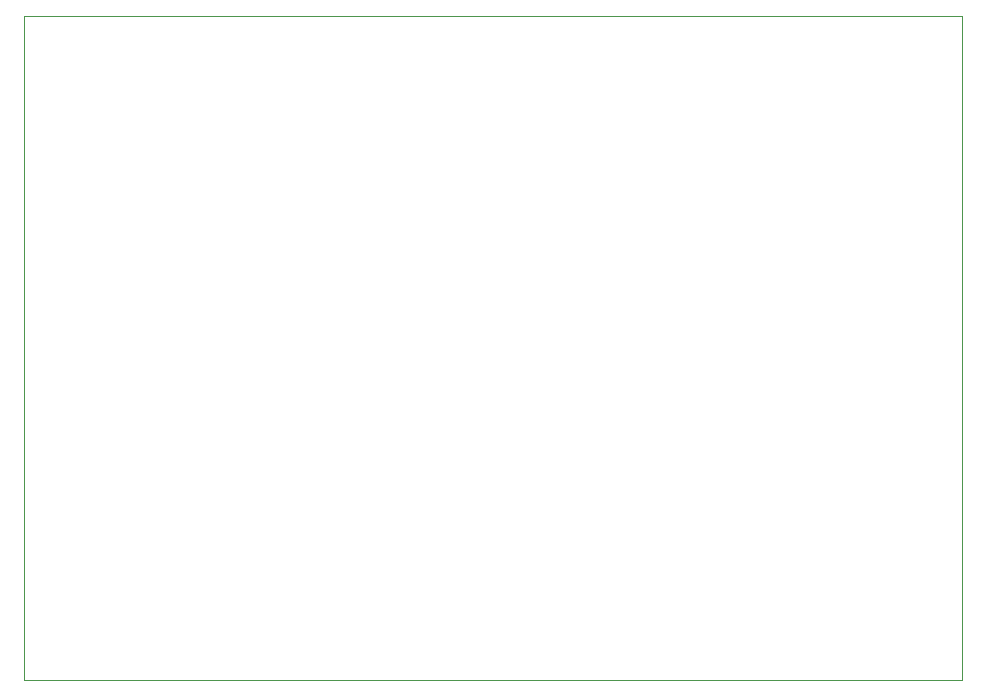
<source format=gbr>
%TF.GenerationSoftware,KiCad,Pcbnew,9.0.0*%
%TF.CreationDate,2025-04-10T22:59:03-04:00*%
%TF.ProjectId,USBLabTool,5553424c-6162-4546-9f6f-6c2e6b696361,2*%
%TF.SameCoordinates,Original*%
%TF.FileFunction,Profile,NP*%
%FSLAX46Y46*%
G04 Gerber Fmt 4.6, Leading zero omitted, Abs format (unit mm)*
G04 Created by KiCad (PCBNEW 9.0.0) date 2025-04-10 22:59:03*
%MOMM*%
%LPD*%
G01*
G04 APERTURE LIST*
%TA.AperFunction,Profile*%
%ADD10C,0.050000*%
%TD*%
G04 APERTURE END LIST*
D10*
X110006000Y-65544000D02*
X189406000Y-65544000D01*
X189406000Y-121744000D01*
X110006000Y-121744000D01*
X110006000Y-65544000D01*
M02*

</source>
